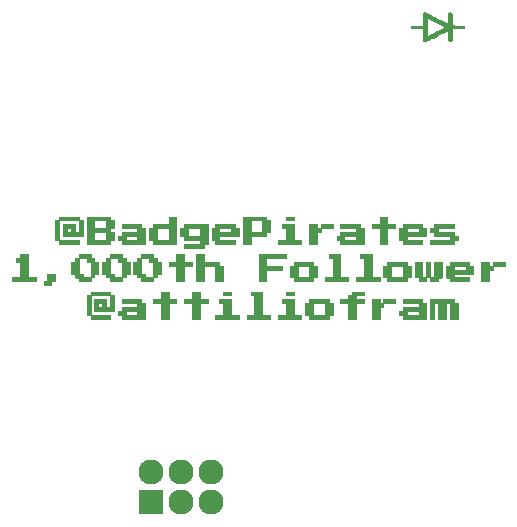
<source format=gbr>
G04 #@! TF.GenerationSoftware,KiCad,Pcbnew,(5.1.2)-1*
G04 #@! TF.CreationDate,2019-07-16T22:45:59-05:00*
G04 #@! TF.ProjectId,1ktwitter,316b7477-6974-4746-9572-2e6b69636164,rev?*
G04 #@! TF.SameCoordinates,Original*
G04 #@! TF.FileFunction,Soldermask,Top*
G04 #@! TF.FilePolarity,Negative*
%FSLAX46Y46*%
G04 Gerber Fmt 4.6, Leading zero omitted, Abs format (unit mm)*
G04 Created by KiCad (PCBNEW (5.1.2)-1) date 2019-07-16 22:45:59*
%MOMM*%
%LPD*%
G04 APERTURE LIST*
%ADD10C,0.010000*%
%ADD11C,2.127200*%
%ADD12O,2.127200X2.127200*%
%ADD13R,2.127200X2.127200*%
G04 APERTURE END LIST*
D10*
G36*
X-14135100Y-8229600D02*
G01*
X-15786100Y-8229600D01*
X-15786100Y-7899400D01*
X-14135100Y-7899400D01*
X-14135100Y-8229600D01*
X-14135100Y-8229600D01*
G37*
X-14135100Y-8229600D02*
X-15786100Y-8229600D01*
X-15786100Y-7899400D01*
X-14135100Y-7899400D01*
X-14135100Y-8229600D01*
G36*
X-15786100Y-7899400D02*
G01*
X-16116300Y-7899400D01*
X-16116300Y-6248400D01*
X-15786100Y-6248400D01*
X-15786100Y-7899400D01*
X-15786100Y-7899400D01*
G37*
X-15786100Y-7899400D02*
X-16116300Y-7899400D01*
X-16116300Y-6248400D01*
X-15786100Y-6248400D01*
X-15786100Y-7899400D01*
G36*
X-13804900Y-7569200D02*
G01*
X-15455900Y-7569200D01*
X-15455900Y-6908800D01*
X-15125700Y-6908800D01*
X-15125700Y-7239000D01*
X-14795500Y-7239000D01*
X-14795500Y-6908800D01*
X-15125700Y-6908800D01*
X-15455900Y-6908800D01*
X-15455900Y-6578600D01*
X-14465300Y-6578600D01*
X-14465300Y-7239000D01*
X-14135100Y-7239000D01*
X-14135100Y-6248400D01*
X-13804900Y-6248400D01*
X-13804900Y-7569200D01*
X-13804900Y-7569200D01*
G37*
X-13804900Y-7569200D02*
X-15455900Y-7569200D01*
X-15455900Y-6908800D01*
X-15125700Y-6908800D01*
X-15125700Y-7239000D01*
X-14795500Y-7239000D01*
X-14795500Y-6908800D01*
X-15125700Y-6908800D01*
X-15455900Y-6908800D01*
X-15455900Y-6578600D01*
X-14465300Y-6578600D01*
X-14465300Y-7239000D01*
X-14135100Y-7239000D01*
X-14135100Y-6248400D01*
X-13804900Y-6248400D01*
X-13804900Y-7569200D01*
G36*
X-14135100Y-6248400D02*
G01*
X-15786100Y-6248400D01*
X-15786100Y-5918200D01*
X-14135100Y-5918200D01*
X-14135100Y-6248400D01*
X-14135100Y-6248400D01*
G37*
X-14135100Y-6248400D02*
X-15786100Y-6248400D01*
X-15786100Y-5918200D01*
X-14135100Y-5918200D01*
X-14135100Y-6248400D01*
G36*
X-11493500Y-6908800D02*
G01*
X-11163300Y-6908800D01*
X-11163300Y-8229600D01*
X-13144500Y-8229600D01*
X-13144500Y-7899400D01*
X-13474700Y-7899400D01*
X-13474700Y-7569200D01*
X-13144500Y-7569200D01*
X-12814300Y-7569200D01*
X-12814300Y-7899400D01*
X-11823700Y-7899400D01*
X-11823700Y-7569200D01*
X-12814300Y-7569200D01*
X-13144500Y-7569200D01*
X-13144500Y-7239000D01*
X-11823700Y-7239000D01*
X-11823700Y-6908800D01*
X-13144500Y-6908800D01*
X-13144500Y-6578600D01*
X-11493500Y-6578600D01*
X-11493500Y-6908800D01*
X-11493500Y-6908800D01*
G37*
X-11493500Y-6908800D02*
X-11163300Y-6908800D01*
X-11163300Y-8229600D01*
X-13144500Y-8229600D01*
X-13144500Y-7899400D01*
X-13474700Y-7899400D01*
X-13474700Y-7569200D01*
X-13144500Y-7569200D01*
X-12814300Y-7569200D01*
X-12814300Y-7899400D01*
X-11823700Y-7899400D01*
X-11823700Y-7569200D01*
X-12814300Y-7569200D01*
X-13144500Y-7569200D01*
X-13144500Y-7239000D01*
X-11823700Y-7239000D01*
X-11823700Y-6908800D01*
X-13144500Y-6908800D01*
X-13144500Y-6578600D01*
X-11493500Y-6578600D01*
X-11493500Y-6908800D01*
G36*
X-9169400Y-6578600D02*
G01*
X-8509000Y-6578600D01*
X-8509000Y-6908800D01*
X-9169400Y-6908800D01*
X-9169400Y-8229600D01*
X-9842500Y-8229600D01*
X-9842500Y-6908800D01*
X-10502900Y-6908800D01*
X-10502900Y-6578600D01*
X-9842500Y-6578600D01*
X-9842500Y-5918200D01*
X-9169400Y-5918200D01*
X-9169400Y-6578600D01*
X-9169400Y-6578600D01*
G37*
X-9169400Y-6578600D02*
X-8509000Y-6578600D01*
X-8509000Y-6908800D01*
X-9169400Y-6908800D01*
X-9169400Y-8229600D01*
X-9842500Y-8229600D01*
X-9842500Y-6908800D01*
X-10502900Y-6908800D01*
X-10502900Y-6578600D01*
X-9842500Y-6578600D01*
X-9842500Y-5918200D01*
X-9169400Y-5918200D01*
X-9169400Y-6578600D01*
G36*
X-6527800Y-6578600D02*
G01*
X-5867400Y-6578600D01*
X-5867400Y-6908800D01*
X-6527800Y-6908800D01*
X-6527800Y-8229600D01*
X-7188200Y-8229600D01*
X-7188200Y-6908800D01*
X-7848600Y-6908800D01*
X-7848600Y-6578600D01*
X-7188200Y-6578600D01*
X-7188200Y-5918200D01*
X-6527800Y-5918200D01*
X-6527800Y-6578600D01*
X-6527800Y-6578600D01*
G37*
X-6527800Y-6578600D02*
X-5867400Y-6578600D01*
X-5867400Y-6908800D01*
X-6527800Y-6908800D01*
X-6527800Y-8229600D01*
X-7188200Y-8229600D01*
X-7188200Y-6908800D01*
X-7848600Y-6908800D01*
X-7848600Y-6578600D01*
X-7188200Y-6578600D01*
X-7188200Y-5918200D01*
X-6527800Y-5918200D01*
X-6527800Y-6578600D01*
G36*
X-3886200Y-7899400D02*
G01*
X-3225800Y-7899400D01*
X-3225800Y-8229600D01*
X-5207000Y-8229600D01*
X-5207000Y-7899400D01*
X-4546600Y-7899400D01*
X-4546600Y-6908800D01*
X-4876800Y-6908800D01*
X-4876800Y-6578600D01*
X-3886200Y-6578600D01*
X-3886200Y-7899400D01*
X-3886200Y-7899400D01*
G37*
X-3886200Y-7899400D02*
X-3225800Y-7899400D01*
X-3225800Y-8229600D01*
X-5207000Y-8229600D01*
X-5207000Y-7899400D01*
X-4546600Y-7899400D01*
X-4546600Y-6908800D01*
X-4876800Y-6908800D01*
X-4876800Y-6578600D01*
X-3886200Y-6578600D01*
X-3886200Y-7899400D01*
G36*
X-1231900Y-7899400D02*
G01*
X-571500Y-7899400D01*
X-571500Y-8229600D01*
X-2566159Y-8229600D01*
X-2562605Y-8067675D01*
X-2559050Y-7905750D01*
X-2232025Y-7902360D01*
X-1905000Y-7898971D01*
X-1905000Y-6248400D01*
X-2235200Y-6248400D01*
X-2235200Y-5918200D01*
X-1231900Y-5918200D01*
X-1231900Y-7899400D01*
X-1231900Y-7899400D01*
G37*
X-1231900Y-7899400D02*
X-571500Y-7899400D01*
X-571500Y-8229600D01*
X-2566159Y-8229600D01*
X-2562605Y-8067675D01*
X-2559050Y-7905750D01*
X-2232025Y-7902360D01*
X-1905000Y-7898971D01*
X-1905000Y-6248400D01*
X-2235200Y-6248400D01*
X-2235200Y-5918200D01*
X-1231900Y-5918200D01*
X-1231900Y-7899400D01*
G36*
X1409700Y-7899400D02*
G01*
X2070100Y-7899400D01*
X2070100Y-8229600D01*
X88900Y-8229600D01*
X88900Y-7899400D01*
X749300Y-7899400D01*
X749300Y-6908800D01*
X419100Y-6908800D01*
X419100Y-6578600D01*
X1409700Y-6578600D01*
X1409700Y-7899400D01*
X1409700Y-7899400D01*
G37*
X1409700Y-7899400D02*
X2070100Y-7899400D01*
X2070100Y-8229600D01*
X88900Y-8229600D01*
X88900Y-7899400D01*
X749300Y-7899400D01*
X749300Y-6908800D01*
X419100Y-6908800D01*
X419100Y-6578600D01*
X1409700Y-6578600D01*
X1409700Y-7899400D01*
G36*
X4381500Y-6908800D02*
G01*
X4711700Y-6908800D01*
X4711700Y-7899400D01*
X4381500Y-7899400D01*
X4381500Y-8229600D01*
X2730500Y-8229600D01*
X2730500Y-7899400D01*
X2400300Y-7899400D01*
X2400300Y-6908800D01*
X2730500Y-6908800D01*
X3060700Y-6908800D01*
X3060700Y-7899400D01*
X4051300Y-7899400D01*
X4051300Y-6908800D01*
X3060700Y-6908800D01*
X2730500Y-6908800D01*
X2730500Y-6578600D01*
X4381500Y-6578600D01*
X4381500Y-6908800D01*
X4381500Y-6908800D01*
G37*
X4381500Y-6908800D02*
X4711700Y-6908800D01*
X4711700Y-7899400D01*
X4381500Y-7899400D01*
X4381500Y-8229600D01*
X2730500Y-8229600D01*
X2730500Y-7899400D01*
X2400300Y-7899400D01*
X2400300Y-6908800D01*
X2730500Y-6908800D01*
X3060700Y-6908800D01*
X3060700Y-7899400D01*
X4051300Y-7899400D01*
X4051300Y-6908800D01*
X3060700Y-6908800D01*
X2730500Y-6908800D01*
X2730500Y-6578600D01*
X4381500Y-6578600D01*
X4381500Y-6908800D01*
G36*
X7366000Y-6248400D02*
G01*
X6705600Y-6248400D01*
X6705600Y-6578600D01*
X7366000Y-6578600D01*
X7366000Y-6908800D01*
X6705600Y-6908800D01*
X6705600Y-8229600D01*
X6032500Y-8229600D01*
X6032500Y-6908800D01*
X5372100Y-6908800D01*
X5372100Y-6578600D01*
X6032500Y-6578600D01*
X6032500Y-6248400D01*
X6375400Y-6248400D01*
X6375400Y-5918200D01*
X7366000Y-5918200D01*
X7366000Y-6248400D01*
X7366000Y-6248400D01*
G37*
X7366000Y-6248400D02*
X6705600Y-6248400D01*
X6705600Y-6578600D01*
X7366000Y-6578600D01*
X7366000Y-6908800D01*
X6705600Y-6908800D01*
X6705600Y-8229600D01*
X6032500Y-8229600D01*
X6032500Y-6908800D01*
X5372100Y-6908800D01*
X5372100Y-6578600D01*
X6032500Y-6578600D01*
X6032500Y-6248400D01*
X6375400Y-6248400D01*
X6375400Y-5918200D01*
X7366000Y-5918200D01*
X7366000Y-6248400D01*
G36*
X8686800Y-6908800D02*
G01*
X9017000Y-6908800D01*
X9017000Y-7239000D01*
X8686800Y-7239000D01*
X8686800Y-8229600D01*
X8026400Y-8229600D01*
X8026400Y-6578600D01*
X8686800Y-6578600D01*
X8686800Y-6908800D01*
X8686800Y-6908800D01*
G37*
X8686800Y-6908800D02*
X9017000Y-6908800D01*
X9017000Y-7239000D01*
X8686800Y-7239000D01*
X8686800Y-8229600D01*
X8026400Y-8229600D01*
X8026400Y-6578600D01*
X8686800Y-6578600D01*
X8686800Y-6908800D01*
G36*
X10007600Y-6908800D02*
G01*
X9017000Y-6908800D01*
X9017000Y-6578600D01*
X10007600Y-6578600D01*
X10007600Y-6908800D01*
X10007600Y-6908800D01*
G37*
X10007600Y-6908800D02*
X9017000Y-6908800D01*
X9017000Y-6578600D01*
X10007600Y-6578600D01*
X10007600Y-6908800D01*
G36*
X12319000Y-6908800D02*
G01*
X12649200Y-6908800D01*
X12649200Y-8229600D01*
X10668000Y-8229600D01*
X10668000Y-7899400D01*
X10337800Y-7899400D01*
X10337800Y-7569200D01*
X10668000Y-7569200D01*
X10998200Y-7569200D01*
X10998200Y-7899400D01*
X11988800Y-7899400D01*
X11988800Y-7569200D01*
X10998200Y-7569200D01*
X10668000Y-7569200D01*
X10668000Y-7239000D01*
X11988800Y-7239000D01*
X11988800Y-6908800D01*
X10668000Y-6908800D01*
X10668000Y-6578600D01*
X12319000Y-6578600D01*
X12319000Y-6908800D01*
X12319000Y-6908800D01*
G37*
X12319000Y-6908800D02*
X12649200Y-6908800D01*
X12649200Y-8229600D01*
X10668000Y-8229600D01*
X10668000Y-7899400D01*
X10337800Y-7899400D01*
X10337800Y-7569200D01*
X10668000Y-7569200D01*
X10998200Y-7569200D01*
X10998200Y-7899400D01*
X11988800Y-7899400D01*
X11988800Y-7569200D01*
X10998200Y-7569200D01*
X10668000Y-7569200D01*
X10668000Y-7239000D01*
X11988800Y-7239000D01*
X11988800Y-6908800D01*
X10668000Y-6908800D01*
X10668000Y-6578600D01*
X12319000Y-6578600D01*
X12319000Y-6908800D01*
G36*
X14973300Y-6908800D02*
G01*
X15303500Y-6908800D01*
X15303500Y-8229600D01*
X14643100Y-8229600D01*
X14643100Y-6908800D01*
X14312900Y-6908800D01*
X14312900Y-8229600D01*
X13639800Y-8229600D01*
X13639800Y-6908800D01*
X13309600Y-6908800D01*
X13309600Y-8229600D01*
X12979400Y-8229600D01*
X12979400Y-6578600D01*
X14973300Y-6578600D01*
X14973300Y-6908800D01*
X14973300Y-6908800D01*
G37*
X14973300Y-6908800D02*
X15303500Y-6908800D01*
X15303500Y-8229600D01*
X14643100Y-8229600D01*
X14643100Y-6908800D01*
X14312900Y-6908800D01*
X14312900Y-8229600D01*
X13639800Y-8229600D01*
X13639800Y-6908800D01*
X13309600Y-6908800D01*
X13309600Y-8229600D01*
X12979400Y-8229600D01*
X12979400Y-6578600D01*
X14973300Y-6578600D01*
X14973300Y-6908800D01*
G36*
X-3886200Y-6248400D02*
G01*
X-4546600Y-6248400D01*
X-4546600Y-5918200D01*
X-3886200Y-5918200D01*
X-3886200Y-6248400D01*
X-3886200Y-6248400D01*
G37*
X-3886200Y-6248400D02*
X-4546600Y-6248400D01*
X-4546600Y-5918200D01*
X-3886200Y-5918200D01*
X-3886200Y-6248400D01*
G36*
X1409700Y-6248400D02*
G01*
X749300Y-6248400D01*
X749300Y-5918200D01*
X1409700Y-5918200D01*
X1409700Y-6248400D01*
X1409700Y-6248400D01*
G37*
X1409700Y-6248400D02*
X749300Y-6248400D01*
X749300Y-5918200D01*
X1409700Y-5918200D01*
X1409700Y-6248400D01*
G36*
X-18770600Y-5053841D02*
G01*
X-18932525Y-5057395D01*
X-19094450Y-5060950D01*
X-19098005Y-5222875D01*
X-19101559Y-5384800D01*
X-19761200Y-5384800D01*
X-19761200Y-5054600D01*
X-19431000Y-5054600D01*
X-19431000Y-4394200D01*
X-18770600Y-4394200D01*
X-18770600Y-5053841D01*
X-18770600Y-5053841D01*
G37*
X-18770600Y-5053841D02*
X-18932525Y-5057395D01*
X-19094450Y-5060950D01*
X-19098005Y-5222875D01*
X-19101559Y-5384800D01*
X-19761200Y-5384800D01*
X-19761200Y-5054600D01*
X-19431000Y-5054600D01*
X-19431000Y-4394200D01*
X-18770600Y-4394200D01*
X-18770600Y-5053841D01*
G36*
X-21082000Y-4724400D02*
G01*
X-20421600Y-4724400D01*
X-20421600Y-5054600D01*
X-22402800Y-5054600D01*
X-22402800Y-4724400D01*
X-21742400Y-4724400D01*
X-21742400Y-3403600D01*
X-22072600Y-3403600D01*
X-22072600Y-3073400D01*
X-21742400Y-3073400D01*
X-21742400Y-2743200D01*
X-21082000Y-2743200D01*
X-21082000Y-4724400D01*
X-21082000Y-4724400D01*
G37*
X-21082000Y-4724400D02*
X-20421600Y-4724400D01*
X-20421600Y-5054600D01*
X-22402800Y-5054600D01*
X-22402800Y-4724400D01*
X-21742400Y-4724400D01*
X-21742400Y-3403600D01*
X-22072600Y-3403600D01*
X-22072600Y-3073400D01*
X-21742400Y-3073400D01*
X-21742400Y-2743200D01*
X-21082000Y-2743200D01*
X-21082000Y-4724400D01*
G36*
X-15786100Y-3073400D02*
G01*
X-15455900Y-3073400D01*
X-15455900Y-3403600D01*
X-15125700Y-3403600D01*
X-15125700Y-4394200D01*
X-15455900Y-4394200D01*
X-15455900Y-4724400D01*
X-15786100Y-4724400D01*
X-15786100Y-5054600D01*
X-16775942Y-5054600D01*
X-16783050Y-4730750D01*
X-16944599Y-4727198D01*
X-17106147Y-4723646D01*
X-17109699Y-4562098D01*
X-17113250Y-4400550D01*
X-17275175Y-4396995D01*
X-17437100Y-4393441D01*
X-17437100Y-3403600D01*
X-17106900Y-3403600D01*
X-17106900Y-3073400D01*
X-16776700Y-3073400D01*
X-16776700Y-4394200D01*
X-16446500Y-4394200D01*
X-16446500Y-4724400D01*
X-15786100Y-4724400D01*
X-15786100Y-3403600D01*
X-16116300Y-3403600D01*
X-16116300Y-3073400D01*
X-16776700Y-3073400D01*
X-16776700Y-2743200D01*
X-15786100Y-2743200D01*
X-15786100Y-3073400D01*
X-15786100Y-3073400D01*
G37*
X-15786100Y-3073400D02*
X-15455900Y-3073400D01*
X-15455900Y-3403600D01*
X-15125700Y-3403600D01*
X-15125700Y-4394200D01*
X-15455900Y-4394200D01*
X-15455900Y-4724400D01*
X-15786100Y-4724400D01*
X-15786100Y-5054600D01*
X-16775942Y-5054600D01*
X-16783050Y-4730750D01*
X-16944599Y-4727198D01*
X-17106147Y-4723646D01*
X-17109699Y-4562098D01*
X-17113250Y-4400550D01*
X-17275175Y-4396995D01*
X-17437100Y-4393441D01*
X-17437100Y-3403600D01*
X-17106900Y-3403600D01*
X-17106900Y-3073400D01*
X-16776700Y-3073400D01*
X-16776700Y-4394200D01*
X-16446500Y-4394200D01*
X-16446500Y-4724400D01*
X-15786100Y-4724400D01*
X-15786100Y-3403600D01*
X-16116300Y-3403600D01*
X-16116300Y-3073400D01*
X-16776700Y-3073400D01*
X-16776700Y-2743200D01*
X-15786100Y-2743200D01*
X-15786100Y-3073400D01*
G36*
X-13144500Y-3073400D02*
G01*
X-12814300Y-3073400D01*
X-12814300Y-3403600D01*
X-12484100Y-3403600D01*
X-12484100Y-4394200D01*
X-12814300Y-4394200D01*
X-12814300Y-4724400D01*
X-13144500Y-4724400D01*
X-13144500Y-5054600D01*
X-14135100Y-5054600D01*
X-14135100Y-4724400D01*
X-14465300Y-4724400D01*
X-14465300Y-4394200D01*
X-14795500Y-4394200D01*
X-14795500Y-3403600D01*
X-14465300Y-3403600D01*
X-14465300Y-3073400D01*
X-14135100Y-3073400D01*
X-14135100Y-4394200D01*
X-13804900Y-4394200D01*
X-13804900Y-4724400D01*
X-13144500Y-4724400D01*
X-13144500Y-3403600D01*
X-13474700Y-3403600D01*
X-13474700Y-3073400D01*
X-14135100Y-3073400D01*
X-14135100Y-2743200D01*
X-13144500Y-2743200D01*
X-13144500Y-3073400D01*
X-13144500Y-3073400D01*
G37*
X-13144500Y-3073400D02*
X-12814300Y-3073400D01*
X-12814300Y-3403600D01*
X-12484100Y-3403600D01*
X-12484100Y-4394200D01*
X-12814300Y-4394200D01*
X-12814300Y-4724400D01*
X-13144500Y-4724400D01*
X-13144500Y-5054600D01*
X-14135100Y-5054600D01*
X-14135100Y-4724400D01*
X-14465300Y-4724400D01*
X-14465300Y-4394200D01*
X-14795500Y-4394200D01*
X-14795500Y-3403600D01*
X-14465300Y-3403600D01*
X-14465300Y-3073400D01*
X-14135100Y-3073400D01*
X-14135100Y-4394200D01*
X-13804900Y-4394200D01*
X-13804900Y-4724400D01*
X-13144500Y-4724400D01*
X-13144500Y-3403600D01*
X-13474700Y-3403600D01*
X-13474700Y-3073400D01*
X-14135100Y-3073400D01*
X-14135100Y-2743200D01*
X-13144500Y-2743200D01*
X-13144500Y-3073400D01*
G36*
X-10502900Y-3073400D02*
G01*
X-10172700Y-3073400D01*
X-10172700Y-3403600D01*
X-9842500Y-3403600D01*
X-9842500Y-4393441D01*
X-10004425Y-4396995D01*
X-10166350Y-4400550D01*
X-10169905Y-4562475D01*
X-10173459Y-4724400D01*
X-10502900Y-4724400D01*
X-10502900Y-5054600D01*
X-11493500Y-5054600D01*
X-11493500Y-4724400D01*
X-11823700Y-4724400D01*
X-11823700Y-4394200D01*
X-12153900Y-4394200D01*
X-12153900Y-3403600D01*
X-11823700Y-3403600D01*
X-11823700Y-3073400D01*
X-11493500Y-3073400D01*
X-11493500Y-4394200D01*
X-11163300Y-4394200D01*
X-11163300Y-4724400D01*
X-10502900Y-4724400D01*
X-10502900Y-3403600D01*
X-10833100Y-3403600D01*
X-10833100Y-3073400D01*
X-11493500Y-3073400D01*
X-11493500Y-2743200D01*
X-10502900Y-2743200D01*
X-10502900Y-3073400D01*
X-10502900Y-3073400D01*
G37*
X-10502900Y-3073400D02*
X-10172700Y-3073400D01*
X-10172700Y-3403600D01*
X-9842500Y-3403600D01*
X-9842500Y-4393441D01*
X-10004425Y-4396995D01*
X-10166350Y-4400550D01*
X-10169905Y-4562475D01*
X-10173459Y-4724400D01*
X-10502900Y-4724400D01*
X-10502900Y-5054600D01*
X-11493500Y-5054600D01*
X-11493500Y-4724400D01*
X-11823700Y-4724400D01*
X-11823700Y-4394200D01*
X-12153900Y-4394200D01*
X-12153900Y-3403600D01*
X-11823700Y-3403600D01*
X-11823700Y-3073400D01*
X-11493500Y-3073400D01*
X-11493500Y-4394200D01*
X-11163300Y-4394200D01*
X-11163300Y-4724400D01*
X-10502900Y-4724400D01*
X-10502900Y-3403600D01*
X-10833100Y-3403600D01*
X-10833100Y-3073400D01*
X-11493500Y-3073400D01*
X-11493500Y-2743200D01*
X-10502900Y-2743200D01*
X-10502900Y-3073400D01*
G36*
X-7848600Y-3403600D02*
G01*
X-7188200Y-3403600D01*
X-7188200Y-3733800D01*
X-7848600Y-3733800D01*
X-7848600Y-5054600D01*
X-8509000Y-5054600D01*
X-8509000Y-3733800D01*
X-9169400Y-3733800D01*
X-9169400Y-3403600D01*
X-8509000Y-3403600D01*
X-8509000Y-2743200D01*
X-7848600Y-2743200D01*
X-7848600Y-3403600D01*
X-7848600Y-3403600D01*
G37*
X-7848600Y-3403600D02*
X-7188200Y-3403600D01*
X-7188200Y-3733800D01*
X-7848600Y-3733800D01*
X-7848600Y-5054600D01*
X-8509000Y-5054600D01*
X-8509000Y-3733800D01*
X-9169400Y-3733800D01*
X-9169400Y-3403600D01*
X-8509000Y-3403600D01*
X-8509000Y-2743200D01*
X-7848600Y-2743200D01*
X-7848600Y-3403600D01*
G36*
X-6197600Y-3403600D02*
G01*
X-4876800Y-3403600D01*
X-4876800Y-3733800D01*
X-4546600Y-3733800D01*
X-4546600Y-5054600D01*
X-5207000Y-5054600D01*
X-5207000Y-3733800D01*
X-6197600Y-3733800D01*
X-6197600Y-5054600D01*
X-6858000Y-5054600D01*
X-6858000Y-2743200D01*
X-6197600Y-2743200D01*
X-6197600Y-3403600D01*
X-6197600Y-3403600D01*
G37*
X-6197600Y-3403600D02*
X-4876800Y-3403600D01*
X-4876800Y-3733800D01*
X-4546600Y-3733800D01*
X-4546600Y-5054600D01*
X-5207000Y-5054600D01*
X-5207000Y-3733800D01*
X-6197600Y-3733800D01*
X-6197600Y-5054600D01*
X-6858000Y-5054600D01*
X-6858000Y-2743200D01*
X-6197600Y-2743200D01*
X-6197600Y-3403600D01*
G36*
X749300Y-3073400D02*
G01*
X-901700Y-3073400D01*
X-901700Y-3733800D01*
X419100Y-3733800D01*
X419100Y-4064000D01*
X-901700Y-4064000D01*
X-901700Y-5054600D01*
X-1562100Y-5054600D01*
X-1562100Y-2743200D01*
X749300Y-2743200D01*
X749300Y-3073400D01*
X749300Y-3073400D01*
G37*
X749300Y-3073400D02*
X-901700Y-3073400D01*
X-901700Y-3733800D01*
X419100Y-3733800D01*
X419100Y-4064000D01*
X-901700Y-4064000D01*
X-901700Y-5054600D01*
X-1562100Y-5054600D01*
X-1562100Y-2743200D01*
X749300Y-2743200D01*
X749300Y-3073400D01*
G36*
X3060700Y-3733800D02*
G01*
X3390900Y-3733800D01*
X3390900Y-4724400D01*
X3060700Y-4724400D01*
X3060700Y-5054600D01*
X1409700Y-5054600D01*
X1409700Y-4724400D01*
X1079500Y-4724400D01*
X1079500Y-3733800D01*
X1409700Y-3733800D01*
X1739900Y-3733800D01*
X1739900Y-4724400D01*
X2730500Y-4724400D01*
X2730500Y-3733800D01*
X1739900Y-3733800D01*
X1409700Y-3733800D01*
X1409700Y-3403600D01*
X3060700Y-3403600D01*
X3060700Y-3733800D01*
X3060700Y-3733800D01*
G37*
X3060700Y-3733800D02*
X3390900Y-3733800D01*
X3390900Y-4724400D01*
X3060700Y-4724400D01*
X3060700Y-5054600D01*
X1409700Y-5054600D01*
X1409700Y-4724400D01*
X1079500Y-4724400D01*
X1079500Y-3733800D01*
X1409700Y-3733800D01*
X1739900Y-3733800D01*
X1739900Y-4724400D01*
X2730500Y-4724400D01*
X2730500Y-3733800D01*
X1739900Y-3733800D01*
X1409700Y-3733800D01*
X1409700Y-3403600D01*
X3060700Y-3403600D01*
X3060700Y-3733800D01*
G36*
X5372100Y-4724400D02*
G01*
X6032500Y-4724400D01*
X6032500Y-5054600D01*
X4051300Y-5054600D01*
X4051300Y-4724400D01*
X4711700Y-4724400D01*
X4711700Y-3073400D01*
X4381500Y-3073400D01*
X4381500Y-2743200D01*
X5372100Y-2743200D01*
X5372100Y-4724400D01*
X5372100Y-4724400D01*
G37*
X5372100Y-4724400D02*
X6032500Y-4724400D01*
X6032500Y-5054600D01*
X4051300Y-5054600D01*
X4051300Y-4724400D01*
X4711700Y-4724400D01*
X4711700Y-3073400D01*
X4381500Y-3073400D01*
X4381500Y-2743200D01*
X5372100Y-2743200D01*
X5372100Y-4724400D01*
G36*
X8026400Y-4724400D02*
G01*
X8686800Y-4724400D01*
X8686800Y-5054600D01*
X6705600Y-5054600D01*
X6705600Y-4724400D01*
X7366000Y-4724400D01*
X7366000Y-3073400D01*
X7035800Y-3073400D01*
X7035800Y-2743200D01*
X8026400Y-2743200D01*
X8026400Y-4724400D01*
X8026400Y-4724400D01*
G37*
X8026400Y-4724400D02*
X8686800Y-4724400D01*
X8686800Y-5054600D01*
X6705600Y-5054600D01*
X6705600Y-4724400D01*
X7366000Y-4724400D01*
X7366000Y-3073400D01*
X7035800Y-3073400D01*
X7035800Y-2743200D01*
X8026400Y-2743200D01*
X8026400Y-4724400D01*
G36*
X10998200Y-3733800D02*
G01*
X11328400Y-3733800D01*
X11328400Y-4724400D01*
X10998200Y-4724400D01*
X10998200Y-5054600D01*
X9347200Y-5054600D01*
X9347200Y-4724400D01*
X9017000Y-4724400D01*
X9017000Y-3733800D01*
X9347200Y-3733800D01*
X9677400Y-3733800D01*
X9677400Y-4724400D01*
X10668000Y-4724400D01*
X10668000Y-3733800D01*
X9677400Y-3733800D01*
X9347200Y-3733800D01*
X9347200Y-3403600D01*
X10998200Y-3403600D01*
X10998200Y-3733800D01*
X10998200Y-3733800D01*
G37*
X10998200Y-3733800D02*
X11328400Y-3733800D01*
X11328400Y-4724400D01*
X10998200Y-4724400D01*
X10998200Y-5054600D01*
X9347200Y-5054600D01*
X9347200Y-4724400D01*
X9017000Y-4724400D01*
X9017000Y-3733800D01*
X9347200Y-3733800D01*
X9677400Y-3733800D01*
X9677400Y-4724400D01*
X10668000Y-4724400D01*
X10668000Y-3733800D01*
X9677400Y-3733800D01*
X9347200Y-3733800D01*
X9347200Y-3403600D01*
X10998200Y-3403600D01*
X10998200Y-3733800D01*
G36*
X13970000Y-4723641D02*
G01*
X13808075Y-4727195D01*
X13646150Y-4730750D01*
X13642595Y-4892675D01*
X13639041Y-5054600D01*
X12979400Y-5054600D01*
X12979400Y-4724400D01*
X13309600Y-4724400D01*
X13309600Y-3403600D01*
X13970000Y-3403600D01*
X13970000Y-4723641D01*
X13970000Y-4723641D01*
G37*
X13970000Y-4723641D02*
X13808075Y-4727195D01*
X13646150Y-4730750D01*
X13642595Y-4892675D01*
X13639041Y-5054600D01*
X12979400Y-5054600D01*
X12979400Y-4724400D01*
X13309600Y-4724400D01*
X13309600Y-3403600D01*
X13970000Y-3403600D01*
X13970000Y-4723641D01*
G36*
X12319000Y-4724400D02*
G01*
X12649200Y-4724400D01*
X12649200Y-5054600D01*
X11988800Y-5054600D01*
X11988800Y-4724400D01*
X11658600Y-4724400D01*
X11658600Y-3403600D01*
X12319000Y-3403600D01*
X12319000Y-4724400D01*
X12319000Y-4724400D01*
G37*
X12319000Y-4724400D02*
X12649200Y-4724400D01*
X12649200Y-5054600D01*
X11988800Y-5054600D01*
X11988800Y-4724400D01*
X11658600Y-4724400D01*
X11658600Y-3403600D01*
X12319000Y-3403600D01*
X12319000Y-4724400D01*
G36*
X12979400Y-4724400D02*
G01*
X12649200Y-4724400D01*
X12649200Y-3403600D01*
X12979400Y-3403600D01*
X12979400Y-4724400D01*
X12979400Y-4724400D01*
G37*
X12979400Y-4724400D02*
X12649200Y-4724400D01*
X12649200Y-3403600D01*
X12979400Y-3403600D01*
X12979400Y-4724400D01*
G36*
X16294100Y-3733800D02*
G01*
X16624300Y-3733800D01*
X16624300Y-4394200D01*
X14973300Y-4394200D01*
X14973300Y-4724400D01*
X16294100Y-4724400D01*
X16294100Y-5054600D01*
X14643858Y-5054600D01*
X14636750Y-4730750D01*
X14474825Y-4727195D01*
X14312900Y-4723641D01*
X14312900Y-3733800D01*
X14643100Y-3733800D01*
X14973300Y-3733800D01*
X14973300Y-4064000D01*
X15963900Y-4064000D01*
X15963900Y-3733800D01*
X14973300Y-3733800D01*
X14643100Y-3733800D01*
X14643100Y-3403600D01*
X16294100Y-3403600D01*
X16294100Y-3733800D01*
X16294100Y-3733800D01*
G37*
X16294100Y-3733800D02*
X16624300Y-3733800D01*
X16624300Y-4394200D01*
X14973300Y-4394200D01*
X14973300Y-4724400D01*
X16294100Y-4724400D01*
X16294100Y-5054600D01*
X14643858Y-5054600D01*
X14636750Y-4730750D01*
X14474825Y-4727195D01*
X14312900Y-4723641D01*
X14312900Y-3733800D01*
X14643100Y-3733800D01*
X14973300Y-3733800D01*
X14973300Y-4064000D01*
X15963900Y-4064000D01*
X15963900Y-3733800D01*
X14973300Y-3733800D01*
X14643100Y-3733800D01*
X14643100Y-3403600D01*
X16294100Y-3403600D01*
X16294100Y-3733800D01*
G36*
X17945100Y-3733800D02*
G01*
X18275300Y-3733800D01*
X18275300Y-4064000D01*
X17945100Y-4064000D01*
X17945100Y-5054600D01*
X17284700Y-5054600D01*
X17284700Y-3403600D01*
X17945100Y-3403600D01*
X17945100Y-3733800D01*
X17945100Y-3733800D01*
G37*
X17945100Y-3733800D02*
X18275300Y-3733800D01*
X18275300Y-4064000D01*
X17945100Y-4064000D01*
X17945100Y-5054600D01*
X17284700Y-5054600D01*
X17284700Y-3403600D01*
X17945100Y-3403600D01*
X17945100Y-3733800D01*
G36*
X19265900Y-3733800D02*
G01*
X18275300Y-3733800D01*
X18275300Y-3403600D01*
X19265900Y-3403600D01*
X19265900Y-3733800D01*
X19265900Y-3733800D01*
G37*
X19265900Y-3733800D02*
X18275300Y-3733800D01*
X18275300Y-3403600D01*
X19265900Y-3403600D01*
X19265900Y-3733800D01*
G36*
X-5867400Y-1879600D02*
G01*
X-6197600Y-1879600D01*
X-6197600Y-2209800D01*
X-7848600Y-2209800D01*
X-7848600Y-1879600D01*
X-6527800Y-1879600D01*
X-6527800Y-1549400D01*
X-7848600Y-1549400D01*
X-7848600Y-1219200D01*
X-8178800Y-1219200D01*
X-8178800Y-558800D01*
X-7848600Y-558800D01*
X-7518400Y-558800D01*
X-7518400Y-1219200D01*
X-6527800Y-1219200D01*
X-6527800Y-558800D01*
X-7518400Y-558800D01*
X-7848600Y-558800D01*
X-7848600Y-228600D01*
X-5867400Y-228600D01*
X-5867400Y-1879600D01*
X-5867400Y-1879600D01*
G37*
X-5867400Y-1879600D02*
X-6197600Y-1879600D01*
X-6197600Y-2209800D01*
X-7848600Y-2209800D01*
X-7848600Y-1879600D01*
X-6527800Y-1879600D01*
X-6527800Y-1549400D01*
X-7848600Y-1549400D01*
X-7848600Y-1219200D01*
X-8178800Y-1219200D01*
X-8178800Y-558800D01*
X-7848600Y-558800D01*
X-7518400Y-558800D01*
X-7518400Y-1219200D01*
X-6527800Y-1219200D01*
X-6527800Y-558800D01*
X-7518400Y-558800D01*
X-7848600Y-558800D01*
X-7848600Y-228600D01*
X-5867400Y-228600D01*
X-5867400Y-1879600D01*
G36*
X-18440400Y-1549216D02*
G01*
X-16783050Y-1555750D01*
X-16775942Y-1879600D01*
X-18440400Y-1879600D01*
X-18440400Y-1549400D01*
X-18770600Y-1549400D01*
X-18770600Y101600D01*
X-18440400Y101600D01*
X-18440400Y-1549216D01*
X-18440400Y-1549216D01*
G37*
X-18440400Y-1549216D02*
X-16783050Y-1555750D01*
X-16775942Y-1879600D01*
X-18440400Y-1879600D01*
X-18440400Y-1549400D01*
X-18770600Y-1549400D01*
X-18770600Y101600D01*
X-18440400Y101600D01*
X-18440400Y-1549216D01*
G36*
X-16446500Y-1219200D02*
G01*
X-18110200Y-1219200D01*
X-18110200Y-889000D01*
X-17780759Y-889000D01*
X-17436342Y-889000D01*
X-17443450Y-565150D01*
X-17773650Y-565150D01*
X-17777205Y-727075D01*
X-17780759Y-889000D01*
X-18110200Y-889000D01*
X-18110200Y-228600D01*
X-17106900Y-228600D01*
X-17106900Y-889000D01*
X-16776700Y-889000D01*
X-16776700Y101600D01*
X-16446500Y101600D01*
X-16446500Y-1219200D01*
X-16446500Y-1219200D01*
G37*
X-16446500Y-1219200D02*
X-18110200Y-1219200D01*
X-18110200Y-889000D01*
X-17780759Y-889000D01*
X-17436342Y-889000D01*
X-17443450Y-565150D01*
X-17773650Y-565150D01*
X-17777205Y-727075D01*
X-17780759Y-889000D01*
X-18110200Y-889000D01*
X-18110200Y-228600D01*
X-17106900Y-228600D01*
X-17106900Y-889000D01*
X-16776700Y-889000D01*
X-16776700Y101600D01*
X-16446500Y101600D01*
X-16446500Y-1219200D01*
G36*
X-16776700Y101600D02*
G01*
X-18440400Y101600D01*
X-18440400Y431800D01*
X-16776700Y431800D01*
X-16776700Y101600D01*
X-16776700Y101600D01*
G37*
X-16776700Y101600D02*
X-18440400Y101600D01*
X-18440400Y431800D01*
X-16776700Y431800D01*
X-16776700Y101600D01*
G36*
X-14135100Y101600D02*
G01*
X-13804900Y101600D01*
X-13804900Y-558800D01*
X-14135100Y-558800D01*
X-14135100Y-889000D01*
X-13804900Y-889000D01*
X-13804900Y-1549400D01*
X-14135100Y-1549400D01*
X-14135100Y-1879600D01*
X-16116300Y-1879600D01*
X-16116300Y-889000D01*
X-15455900Y-889000D01*
X-15455900Y-1549400D01*
X-14465300Y-1549400D01*
X-14465300Y-889000D01*
X-15455900Y-889000D01*
X-16116300Y-889000D01*
X-16116300Y101600D01*
X-15455900Y101600D01*
X-15455900Y-558800D01*
X-14465300Y-558800D01*
X-14465300Y101600D01*
X-15455900Y101600D01*
X-16116300Y101600D01*
X-16116300Y431800D01*
X-14135100Y431800D01*
X-14135100Y101600D01*
X-14135100Y101600D01*
G37*
X-14135100Y101600D02*
X-13804900Y101600D01*
X-13804900Y-558800D01*
X-14135100Y-558800D01*
X-14135100Y-889000D01*
X-13804900Y-889000D01*
X-13804900Y-1549400D01*
X-14135100Y-1549400D01*
X-14135100Y-1879600D01*
X-16116300Y-1879600D01*
X-16116300Y-889000D01*
X-15455900Y-889000D01*
X-15455900Y-1549400D01*
X-14465300Y-1549400D01*
X-14465300Y-889000D01*
X-15455900Y-889000D01*
X-16116300Y-889000D01*
X-16116300Y101600D01*
X-15455900Y101600D01*
X-15455900Y-558800D01*
X-14465300Y-558800D01*
X-14465300Y101600D01*
X-15455900Y101600D01*
X-16116300Y101600D01*
X-16116300Y431800D01*
X-14135100Y431800D01*
X-14135100Y101600D01*
G36*
X-11493500Y-558800D02*
G01*
X-11163300Y-558800D01*
X-11163300Y-1879600D01*
X-13144500Y-1879600D01*
X-13144500Y-1549400D01*
X-13474700Y-1549400D01*
X-13474700Y-1219200D01*
X-13144500Y-1219200D01*
X-12814300Y-1219200D01*
X-12814300Y-1549400D01*
X-11823700Y-1549400D01*
X-11823700Y-1219200D01*
X-12814300Y-1219200D01*
X-13144500Y-1219200D01*
X-13144500Y-889000D01*
X-11823700Y-889000D01*
X-11823700Y-558800D01*
X-13144500Y-558800D01*
X-13144500Y-228600D01*
X-11493500Y-228600D01*
X-11493500Y-558800D01*
X-11493500Y-558800D01*
G37*
X-11493500Y-558800D02*
X-11163300Y-558800D01*
X-11163300Y-1879600D01*
X-13144500Y-1879600D01*
X-13144500Y-1549400D01*
X-13474700Y-1549400D01*
X-13474700Y-1219200D01*
X-13144500Y-1219200D01*
X-12814300Y-1219200D01*
X-12814300Y-1549400D01*
X-11823700Y-1549400D01*
X-11823700Y-1219200D01*
X-12814300Y-1219200D01*
X-13144500Y-1219200D01*
X-13144500Y-889000D01*
X-11823700Y-889000D01*
X-11823700Y-558800D01*
X-13144500Y-558800D01*
X-13144500Y-228600D01*
X-11493500Y-228600D01*
X-11493500Y-558800D01*
G36*
X-8509000Y-1879600D02*
G01*
X-10502900Y-1879600D01*
X-10502900Y-1549400D01*
X-10172999Y-1549400D01*
X-9169400Y-1549400D01*
X-9169400Y-558505D01*
X-9667875Y-561827D01*
X-10166350Y-565150D01*
X-10169675Y-1057275D01*
X-10172999Y-1549400D01*
X-10502900Y-1549400D01*
X-10833100Y-1549400D01*
X-10833100Y-558800D01*
X-10502900Y-558800D01*
X-10502900Y-228600D01*
X-9169400Y-228600D01*
X-9169400Y431800D01*
X-8509000Y431800D01*
X-8509000Y-1879600D01*
X-8509000Y-1879600D01*
G37*
X-8509000Y-1879600D02*
X-10502900Y-1879600D01*
X-10502900Y-1549400D01*
X-10172999Y-1549400D01*
X-9169400Y-1549400D01*
X-9169400Y-558505D01*
X-9667875Y-561827D01*
X-10166350Y-565150D01*
X-10169675Y-1057275D01*
X-10172999Y-1549400D01*
X-10502900Y-1549400D01*
X-10833100Y-1549400D01*
X-10833100Y-558800D01*
X-10502900Y-558800D01*
X-10502900Y-228600D01*
X-9169400Y-228600D01*
X-9169400Y431800D01*
X-8509000Y431800D01*
X-8509000Y-1879600D01*
G36*
X-3556000Y-558800D02*
G01*
X-3225800Y-558800D01*
X-3225800Y-1219200D01*
X-4876800Y-1219200D01*
X-4876800Y-1549400D01*
X-3556000Y-1549400D01*
X-3556000Y-1879600D01*
X-5207000Y-1879600D01*
X-5207000Y-1549400D01*
X-5537200Y-1549400D01*
X-5537200Y-558800D01*
X-5207000Y-558800D01*
X-4876800Y-558800D01*
X-4876800Y-889000D01*
X-3886200Y-889000D01*
X-3886200Y-558800D01*
X-4876800Y-558800D01*
X-5207000Y-558800D01*
X-5207000Y-228600D01*
X-3556000Y-228600D01*
X-3556000Y-558800D01*
X-3556000Y-558800D01*
G37*
X-3556000Y-558800D02*
X-3225800Y-558800D01*
X-3225800Y-1219200D01*
X-4876800Y-1219200D01*
X-4876800Y-1549400D01*
X-3556000Y-1549400D01*
X-3556000Y-1879600D01*
X-5207000Y-1879600D01*
X-5207000Y-1549400D01*
X-5537200Y-1549400D01*
X-5537200Y-558800D01*
X-5207000Y-558800D01*
X-4876800Y-558800D01*
X-4876800Y-889000D01*
X-3886200Y-889000D01*
X-3886200Y-558800D01*
X-4876800Y-558800D01*
X-5207000Y-558800D01*
X-5207000Y-228600D01*
X-3556000Y-228600D01*
X-3556000Y-558800D01*
G36*
X-901700Y101600D02*
G01*
X-571500Y101600D01*
X-571500Y-889000D01*
X-901700Y-889000D01*
X-901700Y-1218973D01*
X-1565275Y-1222261D01*
X-2228850Y-1225550D01*
X-2232240Y-1552575D01*
X-2235629Y-1879600D01*
X-2895600Y-1879600D01*
X-2895600Y101600D01*
X-2235200Y101600D01*
X-2235200Y-889000D01*
X-1231900Y-889000D01*
X-1231900Y101600D01*
X-2235200Y101600D01*
X-2895600Y101600D01*
X-2895600Y431800D01*
X-901700Y431800D01*
X-901700Y101600D01*
X-901700Y101600D01*
G37*
X-901700Y101600D02*
X-571500Y101600D01*
X-571500Y-889000D01*
X-901700Y-889000D01*
X-901700Y-1218973D01*
X-1565275Y-1222261D01*
X-2228850Y-1225550D01*
X-2232240Y-1552575D01*
X-2235629Y-1879600D01*
X-2895600Y-1879600D01*
X-2895600Y101600D01*
X-2235200Y101600D01*
X-2235200Y-889000D01*
X-1231900Y-889000D01*
X-1231900Y101600D01*
X-2235200Y101600D01*
X-2895600Y101600D01*
X-2895600Y431800D01*
X-901700Y431800D01*
X-901700Y101600D01*
G36*
X1409700Y-1549400D02*
G01*
X2070100Y-1549400D01*
X2070100Y-1879600D01*
X88900Y-1879600D01*
X88900Y-1549400D01*
X749300Y-1549400D01*
X749300Y-558800D01*
X419100Y-558800D01*
X419100Y-228600D01*
X1409700Y-228600D01*
X1409700Y-1549400D01*
X1409700Y-1549400D01*
G37*
X1409700Y-1549400D02*
X2070100Y-1549400D01*
X2070100Y-1879600D01*
X88900Y-1879600D01*
X88900Y-1549400D01*
X749300Y-1549400D01*
X749300Y-558800D01*
X419100Y-558800D01*
X419100Y-228600D01*
X1409700Y-228600D01*
X1409700Y-1549400D01*
G36*
X3390900Y-558800D02*
G01*
X3721100Y-558800D01*
X3721100Y-889000D01*
X3390900Y-889000D01*
X3390900Y-1879600D01*
X2730500Y-1879600D01*
X2730500Y-228600D01*
X3390900Y-228600D01*
X3390900Y-558800D01*
X3390900Y-558800D01*
G37*
X3390900Y-558800D02*
X3721100Y-558800D01*
X3721100Y-889000D01*
X3390900Y-889000D01*
X3390900Y-1879600D01*
X2730500Y-1879600D01*
X2730500Y-228600D01*
X3390900Y-228600D01*
X3390900Y-558800D01*
G36*
X4711700Y-558800D02*
G01*
X3721100Y-558800D01*
X3721100Y-228600D01*
X4711700Y-228600D01*
X4711700Y-558800D01*
X4711700Y-558800D01*
G37*
X4711700Y-558800D02*
X3721100Y-558800D01*
X3721100Y-228600D01*
X4711700Y-228600D01*
X4711700Y-558800D01*
G36*
X7035800Y-558800D02*
G01*
X7366000Y-558800D01*
X7366000Y-1879600D01*
X5372100Y-1879600D01*
X5372100Y-1549400D01*
X5701541Y-1549400D01*
X6706358Y-1549400D01*
X6699250Y-1225550D01*
X5708650Y-1225550D01*
X5705095Y-1387475D01*
X5701541Y-1549400D01*
X5372100Y-1549400D01*
X5041900Y-1549400D01*
X5041900Y-1219200D01*
X5372100Y-1219200D01*
X5372100Y-889000D01*
X6705600Y-889000D01*
X6705600Y-558800D01*
X5372100Y-558800D01*
X5372100Y-228600D01*
X7035800Y-228600D01*
X7035800Y-558800D01*
X7035800Y-558800D01*
G37*
X7035800Y-558800D02*
X7366000Y-558800D01*
X7366000Y-1879600D01*
X5372100Y-1879600D01*
X5372100Y-1549400D01*
X5701541Y-1549400D01*
X6706358Y-1549400D01*
X6699250Y-1225550D01*
X5708650Y-1225550D01*
X5705095Y-1387475D01*
X5701541Y-1549400D01*
X5372100Y-1549400D01*
X5041900Y-1549400D01*
X5041900Y-1219200D01*
X5372100Y-1219200D01*
X5372100Y-889000D01*
X6705600Y-889000D01*
X6705600Y-558800D01*
X5372100Y-558800D01*
X5372100Y-228600D01*
X7035800Y-228600D01*
X7035800Y-558800D01*
G36*
X9347200Y-228600D02*
G01*
X10007600Y-228600D01*
X10007600Y-558800D01*
X9347200Y-558800D01*
X9347200Y-1879600D01*
X8686800Y-1879600D01*
X8686800Y-558800D01*
X8026400Y-558800D01*
X8026400Y-228600D01*
X8686800Y-228600D01*
X8686800Y431800D01*
X9347200Y431800D01*
X9347200Y-228600D01*
X9347200Y-228600D01*
G37*
X9347200Y-228600D02*
X10007600Y-228600D01*
X10007600Y-558800D01*
X9347200Y-558800D01*
X9347200Y-1879600D01*
X8686800Y-1879600D01*
X8686800Y-558800D01*
X8026400Y-558800D01*
X8026400Y-228600D01*
X8686800Y-228600D01*
X8686800Y431800D01*
X9347200Y431800D01*
X9347200Y-228600D01*
G36*
X12319000Y-558800D02*
G01*
X12649200Y-558800D01*
X12649200Y-1219200D01*
X10998200Y-1219200D01*
X10998200Y-1549400D01*
X12319000Y-1549400D01*
X12319000Y-1879600D01*
X10668000Y-1879600D01*
X10668000Y-1549400D01*
X10337800Y-1549400D01*
X10337800Y-558800D01*
X10668000Y-558800D01*
X10998200Y-558800D01*
X10998200Y-889000D01*
X11988800Y-889000D01*
X11988800Y-558800D01*
X10998200Y-558800D01*
X10668000Y-558800D01*
X10668000Y-228600D01*
X12319000Y-228600D01*
X12319000Y-558800D01*
X12319000Y-558800D01*
G37*
X12319000Y-558800D02*
X12649200Y-558800D01*
X12649200Y-1219200D01*
X10998200Y-1219200D01*
X10998200Y-1549400D01*
X12319000Y-1549400D01*
X12319000Y-1879600D01*
X10668000Y-1879600D01*
X10668000Y-1549400D01*
X10337800Y-1549400D01*
X10337800Y-558800D01*
X10668000Y-558800D01*
X10998200Y-558800D01*
X10998200Y-889000D01*
X11988800Y-889000D01*
X11988800Y-558800D01*
X10998200Y-558800D01*
X10668000Y-558800D01*
X10668000Y-228600D01*
X12319000Y-228600D01*
X12319000Y-558800D01*
G36*
X14973300Y-558800D02*
G01*
X13639800Y-558800D01*
X13639800Y-889000D01*
X14973300Y-889000D01*
X14973300Y-1219200D01*
X15303500Y-1219200D01*
X15303500Y-1549400D01*
X14973300Y-1549400D01*
X14973300Y-1879600D01*
X12978641Y-1879600D01*
X12982195Y-1717675D01*
X12985750Y-1555750D01*
X13814803Y-1552482D01*
X14643857Y-1549215D01*
X14640303Y-1387382D01*
X14636750Y-1225550D01*
X13973175Y-1222261D01*
X13309600Y-1218973D01*
X13309600Y-889000D01*
X12979400Y-889000D01*
X12979400Y-558800D01*
X13309600Y-558800D01*
X13309600Y-228600D01*
X14973300Y-228600D01*
X14973300Y-558800D01*
X14973300Y-558800D01*
G37*
X14973300Y-558800D02*
X13639800Y-558800D01*
X13639800Y-889000D01*
X14973300Y-889000D01*
X14973300Y-1219200D01*
X15303500Y-1219200D01*
X15303500Y-1549400D01*
X14973300Y-1549400D01*
X14973300Y-1879600D01*
X12978641Y-1879600D01*
X12982195Y-1717675D01*
X12985750Y-1555750D01*
X13814803Y-1552482D01*
X14643857Y-1549215D01*
X14640303Y-1387382D01*
X14636750Y-1225550D01*
X13973175Y-1222261D01*
X13309600Y-1218973D01*
X13309600Y-889000D01*
X12979400Y-889000D01*
X12979400Y-558800D01*
X13309600Y-558800D01*
X13309600Y-228600D01*
X14973300Y-228600D01*
X14973300Y-558800D01*
G36*
X1409700Y101600D02*
G01*
X749300Y101600D01*
X749300Y431800D01*
X1409700Y431800D01*
X1409700Y101600D01*
X1409700Y101600D01*
G37*
X1409700Y101600D02*
X749300Y101600D01*
X749300Y431800D01*
X1409700Y431800D01*
X1409700Y101600D01*
G36*
X12496578Y17714554D02*
G01*
X12518815Y17708341D01*
X12549616Y17697305D01*
X12590165Y17680887D01*
X12641645Y17658528D01*
X12705239Y17629670D01*
X12782132Y17593755D01*
X12873507Y17550225D01*
X12980546Y17498522D01*
X13104435Y17438086D01*
X13246355Y17368360D01*
X13407492Y17288786D01*
X13589027Y17198804D01*
X13773150Y17107308D01*
X13895843Y17046422D01*
X14011698Y16989207D01*
X14118732Y16936624D01*
X14214968Y16889630D01*
X14298426Y16849185D01*
X14367125Y16816250D01*
X14419086Y16791782D01*
X14452331Y16776740D01*
X14464878Y16772086D01*
X14464904Y16772105D01*
X14466538Y16785764D01*
X14468440Y16821815D01*
X14470517Y16877251D01*
X14472675Y16949066D01*
X14474821Y17034255D01*
X14476861Y17129811D01*
X14478150Y17199638D01*
X14480739Y17329549D01*
X14483629Y17435431D01*
X14486890Y17518656D01*
X14490592Y17580593D01*
X14494804Y17622613D01*
X14499598Y17646086D01*
X14501147Y17649694D01*
X14535036Y17686922D01*
X14582875Y17709374D01*
X14637282Y17716064D01*
X14690874Y17706003D01*
X14733473Y17680783D01*
X14753441Y17660937D01*
X14766321Y17640226D01*
X14774561Y17611686D01*
X14780608Y17568352D01*
X14783674Y17537908D01*
X14786253Y17498221D01*
X14788644Y17437281D01*
X14790761Y17359237D01*
X14792513Y17268237D01*
X14793813Y17168428D01*
X14794571Y17063959D01*
X14794700Y17023077D01*
X14795500Y16615403D01*
X15249627Y16608606D01*
X15380284Y16606484D01*
X15487913Y16604166D01*
X15574884Y16601302D01*
X15643569Y16597543D01*
X15696338Y16592540D01*
X15735562Y16585945D01*
X15763613Y16577407D01*
X15782861Y16566579D01*
X15795677Y16553110D01*
X15804433Y16536652D01*
X15808324Y16526350D01*
X15813567Y16477905D01*
X15797184Y16435118D01*
X15762352Y16404539D01*
X15746017Y16397815D01*
X15723279Y16394377D01*
X15678187Y16390782D01*
X15613785Y16387164D01*
X15533117Y16383660D01*
X15439228Y16380405D01*
X15335162Y16377536D01*
X15249525Y16375665D01*
X14795500Y16366858D01*
X14794815Y15952654D01*
X14794292Y15810428D01*
X14793114Y15691362D01*
X14791099Y15593220D01*
X14788065Y15513765D01*
X14783830Y15450762D01*
X14778213Y15401974D01*
X14771031Y15365167D01*
X14762102Y15338104D01*
X14751245Y15318548D01*
X14742399Y15308127D01*
X14695966Y15277781D01*
X14643063Y15268221D01*
X14589757Y15278145D01*
X14542117Y15306252D01*
X14506213Y15351239D01*
X14502067Y15359687D01*
X14495470Y15376155D01*
X14490221Y15395281D01*
X14486165Y15420011D01*
X14483148Y15453291D01*
X14481016Y15498069D01*
X14479615Y15557290D01*
X14478792Y15633902D01*
X14478391Y15730851D01*
X14478278Y15814675D01*
X14477795Y15939073D01*
X14476547Y16041512D01*
X14474557Y16121277D01*
X14471849Y16177652D01*
X14468446Y16209922D01*
X14465256Y16217900D01*
X14451972Y16212363D01*
X14417921Y16196383D01*
X14365038Y16170911D01*
X14295256Y16136899D01*
X14210512Y16095296D01*
X14112739Y16047053D01*
X14003872Y15993122D01*
X13885846Y15934452D01*
X13760595Y15871995D01*
X13719131Y15851277D01*
X13517720Y15750729D01*
X13337907Y15661272D01*
X13178679Y15582420D01*
X13039027Y15513690D01*
X12917937Y15454598D01*
X12814399Y15404660D01*
X12727400Y15363390D01*
X12655929Y15330307D01*
X12598975Y15304924D01*
X12555525Y15286758D01*
X12524567Y15275325D01*
X12505091Y15270141D01*
X12504664Y15270075D01*
X12454386Y15275185D01*
X12424391Y15289632D01*
X12403984Y15302842D01*
X12387128Y15316185D01*
X12373455Y15332111D01*
X12362597Y15353068D01*
X12354187Y15381506D01*
X12347855Y15419873D01*
X12343234Y15470618D01*
X12339957Y15536191D01*
X12337654Y15619041D01*
X12335957Y15721615D01*
X12334500Y15846365D01*
X12334029Y15890875D01*
X12328854Y16383000D01*
X11879019Y16383000D01*
X11750419Y16383130D01*
X11644782Y16383744D01*
X11559670Y16385180D01*
X11492648Y16387777D01*
X11441278Y16391871D01*
X11403122Y16397803D01*
X11375745Y16405908D01*
X11356710Y16416526D01*
X11343579Y16429994D01*
X11333915Y16446651D01*
X11328325Y16459381D01*
X11318071Y16491757D01*
X11321317Y16516716D01*
X11329696Y16533785D01*
X11339516Y16550022D01*
X11350639Y16563291D01*
X11365566Y16573891D01*
X11386796Y16582125D01*
X11416831Y16588291D01*
X11458173Y16592692D01*
X11513322Y16595628D01*
X11584778Y16597399D01*
X11675044Y16598306D01*
X11786619Y16598650D01*
X11869728Y16598713D01*
X12328507Y16598900D01*
X12334224Y17014825D01*
X12661916Y17014825D01*
X12662136Y16924584D01*
X12662754Y16823056D01*
X12663722Y16712928D01*
X12664993Y16596888D01*
X12666521Y16477623D01*
X12668258Y16357820D01*
X12670157Y16240166D01*
X12672171Y16127348D01*
X12674253Y16022054D01*
X12676356Y15926970D01*
X12678431Y15844783D01*
X12680434Y15778181D01*
X12682315Y15729851D01*
X12684028Y15702480D01*
X12685033Y15697200D01*
X12697166Y15702783D01*
X12730018Y15718884D01*
X12781654Y15744533D01*
X12850138Y15778758D01*
X12933537Y15820589D01*
X13029914Y15869056D01*
X13137337Y15923188D01*
X13253870Y15982013D01*
X13377577Y16044561D01*
X13403692Y16057778D01*
X13530846Y16122195D01*
X13652892Y16184131D01*
X13767665Y16242481D01*
X13873001Y16296138D01*
X13966734Y16343997D01*
X14046699Y16384952D01*
X14110730Y16417898D01*
X14156663Y16441729D01*
X14182332Y16455339D01*
X14183857Y16456182D01*
X14251665Y16494009D01*
X14145757Y16551603D01*
X14109479Y16570828D01*
X14055480Y16598756D01*
X13986084Y16634227D01*
X13903613Y16676084D01*
X13810393Y16723168D01*
X13767110Y16744950D01*
X14503400Y16744950D01*
X14509750Y16738600D01*
X14516100Y16744950D01*
X14509750Y16751300D01*
X14503400Y16744950D01*
X13767110Y16744950D01*
X13708747Y16774320D01*
X13600999Y16828382D01*
X13489473Y16884197D01*
X13376492Y16940605D01*
X13264380Y16996448D01*
X13155461Y17050568D01*
X13052060Y17101807D01*
X12956499Y17149006D01*
X12871103Y17191007D01*
X12798195Y17226651D01*
X12740100Y17254781D01*
X12699141Y17274237D01*
X12677642Y17283862D01*
X12675044Y17284700D01*
X12670066Y17272083D01*
X12666251Y17234510D01*
X12663619Y17172398D01*
X12662190Y17086168D01*
X12661916Y17014825D01*
X12334224Y17014825D01*
X12335185Y17084675D01*
X12337464Y17222784D01*
X12340231Y17342664D01*
X12343430Y17442955D01*
X12347010Y17522297D01*
X12350915Y17579330D01*
X12355092Y17612694D01*
X12356269Y17617498D01*
X12383372Y17669027D01*
X12425509Y17703210D01*
X12478122Y17716450D01*
X12481721Y17716500D01*
X12496578Y17714554D01*
X12496578Y17714554D01*
G37*
X12496578Y17714554D02*
X12518815Y17708341D01*
X12549616Y17697305D01*
X12590165Y17680887D01*
X12641645Y17658528D01*
X12705239Y17629670D01*
X12782132Y17593755D01*
X12873507Y17550225D01*
X12980546Y17498522D01*
X13104435Y17438086D01*
X13246355Y17368360D01*
X13407492Y17288786D01*
X13589027Y17198804D01*
X13773150Y17107308D01*
X13895843Y17046422D01*
X14011698Y16989207D01*
X14118732Y16936624D01*
X14214968Y16889630D01*
X14298426Y16849185D01*
X14367125Y16816250D01*
X14419086Y16791782D01*
X14452331Y16776740D01*
X14464878Y16772086D01*
X14464904Y16772105D01*
X14466538Y16785764D01*
X14468440Y16821815D01*
X14470517Y16877251D01*
X14472675Y16949066D01*
X14474821Y17034255D01*
X14476861Y17129811D01*
X14478150Y17199638D01*
X14480739Y17329549D01*
X14483629Y17435431D01*
X14486890Y17518656D01*
X14490592Y17580593D01*
X14494804Y17622613D01*
X14499598Y17646086D01*
X14501147Y17649694D01*
X14535036Y17686922D01*
X14582875Y17709374D01*
X14637282Y17716064D01*
X14690874Y17706003D01*
X14733473Y17680783D01*
X14753441Y17660937D01*
X14766321Y17640226D01*
X14774561Y17611686D01*
X14780608Y17568352D01*
X14783674Y17537908D01*
X14786253Y17498221D01*
X14788644Y17437281D01*
X14790761Y17359237D01*
X14792513Y17268237D01*
X14793813Y17168428D01*
X14794571Y17063959D01*
X14794700Y17023077D01*
X14795500Y16615403D01*
X15249627Y16608606D01*
X15380284Y16606484D01*
X15487913Y16604166D01*
X15574884Y16601302D01*
X15643569Y16597543D01*
X15696338Y16592540D01*
X15735562Y16585945D01*
X15763613Y16577407D01*
X15782861Y16566579D01*
X15795677Y16553110D01*
X15804433Y16536652D01*
X15808324Y16526350D01*
X15813567Y16477905D01*
X15797184Y16435118D01*
X15762352Y16404539D01*
X15746017Y16397815D01*
X15723279Y16394377D01*
X15678187Y16390782D01*
X15613785Y16387164D01*
X15533117Y16383660D01*
X15439228Y16380405D01*
X15335162Y16377536D01*
X15249525Y16375665D01*
X14795500Y16366858D01*
X14794815Y15952654D01*
X14794292Y15810428D01*
X14793114Y15691362D01*
X14791099Y15593220D01*
X14788065Y15513765D01*
X14783830Y15450762D01*
X14778213Y15401974D01*
X14771031Y15365167D01*
X14762102Y15338104D01*
X14751245Y15318548D01*
X14742399Y15308127D01*
X14695966Y15277781D01*
X14643063Y15268221D01*
X14589757Y15278145D01*
X14542117Y15306252D01*
X14506213Y15351239D01*
X14502067Y15359687D01*
X14495470Y15376155D01*
X14490221Y15395281D01*
X14486165Y15420011D01*
X14483148Y15453291D01*
X14481016Y15498069D01*
X14479615Y15557290D01*
X14478792Y15633902D01*
X14478391Y15730851D01*
X14478278Y15814675D01*
X14477795Y15939073D01*
X14476547Y16041512D01*
X14474557Y16121277D01*
X14471849Y16177652D01*
X14468446Y16209922D01*
X14465256Y16217900D01*
X14451972Y16212363D01*
X14417921Y16196383D01*
X14365038Y16170911D01*
X14295256Y16136899D01*
X14210512Y16095296D01*
X14112739Y16047053D01*
X14003872Y15993122D01*
X13885846Y15934452D01*
X13760595Y15871995D01*
X13719131Y15851277D01*
X13517720Y15750729D01*
X13337907Y15661272D01*
X13178679Y15582420D01*
X13039027Y15513690D01*
X12917937Y15454598D01*
X12814399Y15404660D01*
X12727400Y15363390D01*
X12655929Y15330307D01*
X12598975Y15304924D01*
X12555525Y15286758D01*
X12524567Y15275325D01*
X12505091Y15270141D01*
X12504664Y15270075D01*
X12454386Y15275185D01*
X12424391Y15289632D01*
X12403984Y15302842D01*
X12387128Y15316185D01*
X12373455Y15332111D01*
X12362597Y15353068D01*
X12354187Y15381506D01*
X12347855Y15419873D01*
X12343234Y15470618D01*
X12339957Y15536191D01*
X12337654Y15619041D01*
X12335957Y15721615D01*
X12334500Y15846365D01*
X12334029Y15890875D01*
X12328854Y16383000D01*
X11879019Y16383000D01*
X11750419Y16383130D01*
X11644782Y16383744D01*
X11559670Y16385180D01*
X11492648Y16387777D01*
X11441278Y16391871D01*
X11403122Y16397803D01*
X11375745Y16405908D01*
X11356710Y16416526D01*
X11343579Y16429994D01*
X11333915Y16446651D01*
X11328325Y16459381D01*
X11318071Y16491757D01*
X11321317Y16516716D01*
X11329696Y16533785D01*
X11339516Y16550022D01*
X11350639Y16563291D01*
X11365566Y16573891D01*
X11386796Y16582125D01*
X11416831Y16588291D01*
X11458173Y16592692D01*
X11513322Y16595628D01*
X11584778Y16597399D01*
X11675044Y16598306D01*
X11786619Y16598650D01*
X11869728Y16598713D01*
X12328507Y16598900D01*
X12334224Y17014825D01*
X12661916Y17014825D01*
X12662136Y16924584D01*
X12662754Y16823056D01*
X12663722Y16712928D01*
X12664993Y16596888D01*
X12666521Y16477623D01*
X12668258Y16357820D01*
X12670157Y16240166D01*
X12672171Y16127348D01*
X12674253Y16022054D01*
X12676356Y15926970D01*
X12678431Y15844783D01*
X12680434Y15778181D01*
X12682315Y15729851D01*
X12684028Y15702480D01*
X12685033Y15697200D01*
X12697166Y15702783D01*
X12730018Y15718884D01*
X12781654Y15744533D01*
X12850138Y15778758D01*
X12933537Y15820589D01*
X13029914Y15869056D01*
X13137337Y15923188D01*
X13253870Y15982013D01*
X13377577Y16044561D01*
X13403692Y16057778D01*
X13530846Y16122195D01*
X13652892Y16184131D01*
X13767665Y16242481D01*
X13873001Y16296138D01*
X13966734Y16343997D01*
X14046699Y16384952D01*
X14110730Y16417898D01*
X14156663Y16441729D01*
X14182332Y16455339D01*
X14183857Y16456182D01*
X14251665Y16494009D01*
X14145757Y16551603D01*
X14109479Y16570828D01*
X14055480Y16598756D01*
X13986084Y16634227D01*
X13903613Y16676084D01*
X13810393Y16723168D01*
X13767110Y16744950D01*
X14503400Y16744950D01*
X14509750Y16738600D01*
X14516100Y16744950D01*
X14509750Y16751300D01*
X14503400Y16744950D01*
X13767110Y16744950D01*
X13708747Y16774320D01*
X13600999Y16828382D01*
X13489473Y16884197D01*
X13376492Y16940605D01*
X13264380Y16996448D01*
X13155461Y17050568D01*
X13052060Y17101807D01*
X12956499Y17149006D01*
X12871103Y17191007D01*
X12798195Y17226651D01*
X12740100Y17254781D01*
X12699141Y17274237D01*
X12677642Y17283862D01*
X12675044Y17284700D01*
X12670066Y17272083D01*
X12666251Y17234510D01*
X12663619Y17172398D01*
X12662190Y17086168D01*
X12661916Y17014825D01*
X12334224Y17014825D01*
X12335185Y17084675D01*
X12337464Y17222784D01*
X12340231Y17342664D01*
X12343430Y17442955D01*
X12347010Y17522297D01*
X12350915Y17579330D01*
X12355092Y17612694D01*
X12356269Y17617498D01*
X12383372Y17669027D01*
X12425509Y17703210D01*
X12478122Y17716450D01*
X12481721Y17716500D01*
X12496578Y17714554D01*
D11*
X-5604200Y-21183280D03*
X-5604200Y-23723280D03*
D12*
X-8144200Y-21183280D03*
X-8144200Y-23723280D03*
X-10684200Y-21183280D03*
D13*
X-10684200Y-23723280D03*
M02*

</source>
